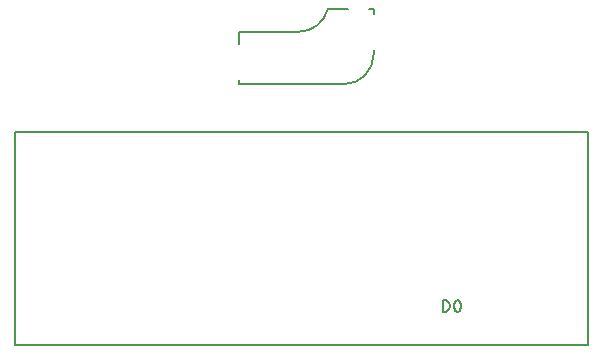
<source format=gbr>
%TF.GenerationSoftware,KiCad,Pcbnew,8.0.8*%
%TF.CreationDate,2025-02-27T04:46:11-05:00*%
%TF.ProjectId,modular_sdvx_pcb,6d6f6475-6c61-4725-9f73-6476785f7063,rev?*%
%TF.SameCoordinates,Original*%
%TF.FileFunction,Legend,Bot*%
%TF.FilePolarity,Positive*%
%FSLAX46Y46*%
G04 Gerber Fmt 4.6, Leading zero omitted, Abs format (unit mm)*
G04 Created by KiCad (PCBNEW 8.0.8) date 2025-02-27 04:46:11*
%MOMM*%
%LPD*%
G01*
G04 APERTURE LIST*
%ADD10C,0.150000*%
G04 APERTURE END LIST*
D10*
X12201905Y-25260180D02*
X12201905Y-26260180D01*
X12201905Y-26260180D02*
X12440000Y-26260180D01*
X12440000Y-26260180D02*
X12582857Y-26212561D01*
X12582857Y-26212561D02*
X12678095Y-26117323D01*
X12678095Y-26117323D02*
X12725714Y-26022085D01*
X12725714Y-26022085D02*
X12773333Y-25831609D01*
X12773333Y-25831609D02*
X12773333Y-25688752D01*
X12773333Y-25688752D02*
X12725714Y-25498276D01*
X12725714Y-25498276D02*
X12678095Y-25403038D01*
X12678095Y-25403038D02*
X12582857Y-25307800D01*
X12582857Y-25307800D02*
X12440000Y-25260180D01*
X12440000Y-25260180D02*
X12201905Y-25260180D01*
X13392381Y-26260180D02*
X13487619Y-26260180D01*
X13487619Y-26260180D02*
X13582857Y-26212561D01*
X13582857Y-26212561D02*
X13630476Y-26164942D01*
X13630476Y-26164942D02*
X13678095Y-26069704D01*
X13678095Y-26069704D02*
X13725714Y-25879228D01*
X13725714Y-25879228D02*
X13725714Y-25641133D01*
X13725714Y-25641133D02*
X13678095Y-25450657D01*
X13678095Y-25450657D02*
X13630476Y-25355419D01*
X13630476Y-25355419D02*
X13582857Y-25307800D01*
X13582857Y-25307800D02*
X13487619Y-25260180D01*
X13487619Y-25260180D02*
X13392381Y-25260180D01*
X13392381Y-25260180D02*
X13297143Y-25307800D01*
X13297143Y-25307800D02*
X13249524Y-25355419D01*
X13249524Y-25355419D02*
X13201905Y-25450657D01*
X13201905Y-25450657D02*
X13154286Y-25641133D01*
X13154286Y-25641133D02*
X13154286Y-25879228D01*
X13154286Y-25879228D02*
X13201905Y-26069704D01*
X13201905Y-26069704D02*
X13249524Y-26164942D01*
X13249524Y-26164942D02*
X13297143Y-26212561D01*
X13297143Y-26212561D02*
X13392381Y-26260180D01*
%TO.C,Key1*%
X-5080000Y-2540000D02*
X0Y-2540000D01*
X-5080000Y-3556000D02*
X-5080000Y-2540000D01*
X-5080000Y-6985000D02*
X-5080000Y-6604000D01*
X2464162Y-635000D02*
X4191000Y-635000D01*
X3810000Y-6985000D02*
X-5080000Y-6985000D01*
X5969000Y-635000D02*
X6350000Y-635000D01*
X6350000Y-1016000D02*
X6350000Y-635000D01*
X6350000Y-4445000D02*
X6350000Y-4064000D01*
X2464162Y-616040D02*
G75*
G02*
X0Y-2540001I-2464162J616039D01*
G01*
X6350000Y-4445000D02*
G75*
G02*
X3810000Y-6985000I-2540001J1D01*
G01*
%TO.C,A1*%
X24480000Y-29034000D02*
X-24000000Y-29034000D01*
X24480000Y-11000000D02*
X24480000Y-29000000D01*
X24480000Y-11000000D02*
X-24000000Y-11000000D01*
X-24000000Y-11000000D02*
X-24000000Y-29000000D01*
%TD*%
M02*

</source>
